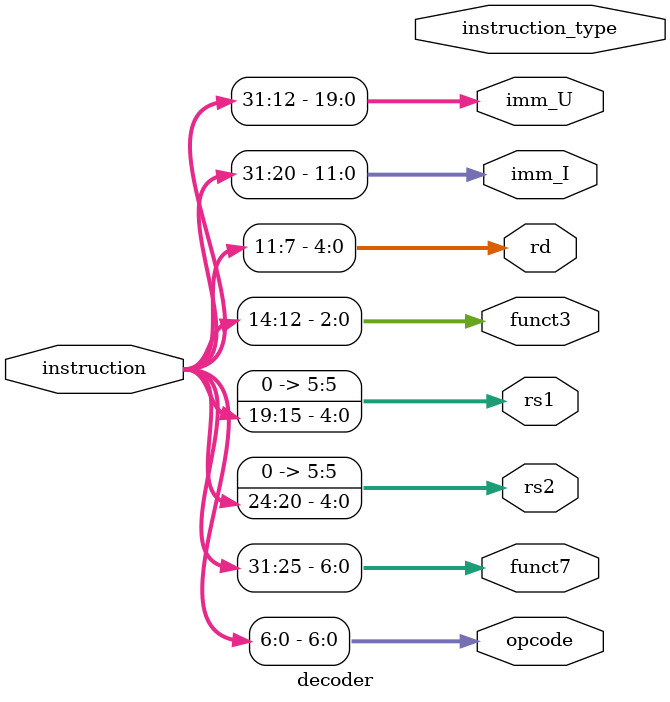
<source format=sv>
module decoder(
	input logic [31:0] instruction,

	// outputs
	
	output logic [2:0] instruction_type,
	output logic [6:0] opcode,

	// R-type
	output logic [6:0] funct7,
	output logic [5:0] rs2,
	output logic [5:0] rs1,
	output logic [2:0] funct3,
	output logic [4:0] rd,

	// I-type
	output logic [11:0] imm_I,
	
	// U-type
	output logic [19:0] imm_U
);

	always_comb begin
		opcode <= instruction[6:0];
		funct7 <= instruction[31:25];
		rs2 <= instruction[24:20];
		rs1 <= instruction[19:15];
		funct3 <= instruction[14:12];
		rd <= instruction[11:7];
		imm_I <= instruction[31:20];
		imm_U <= instruction[31:12];
	end

endmodule

</source>
